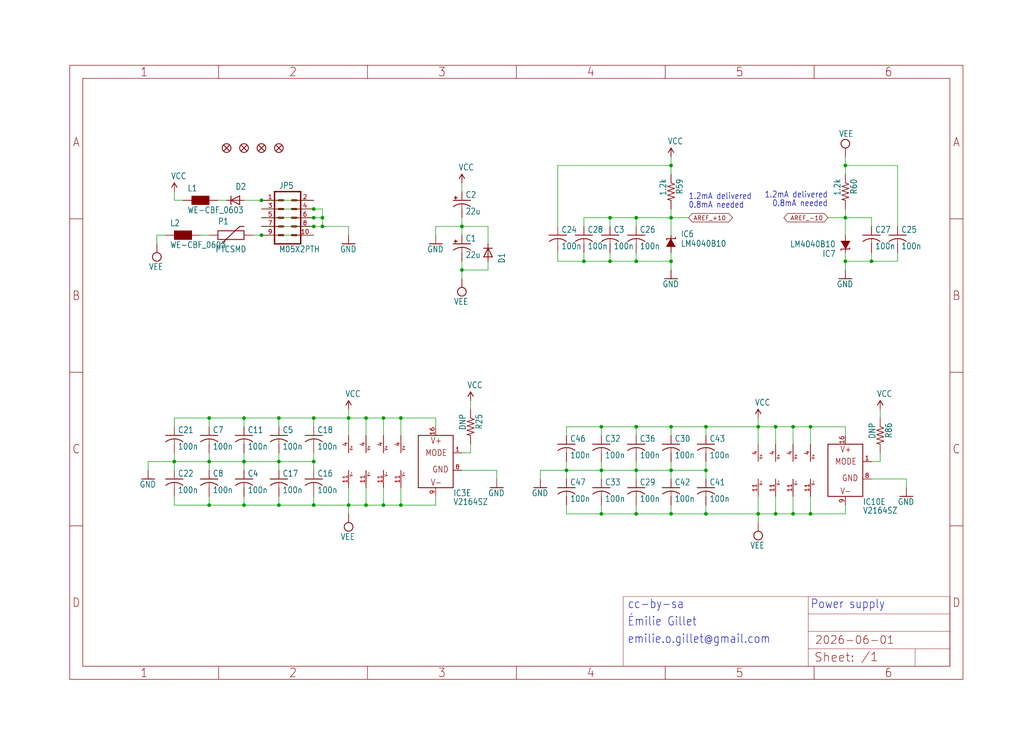
<source format=kicad_sch>
(kicad_sch (version 20231120) (generator "eeschema") (generator_version "8.0")
  (paper "User" 298.45 217.322)
  (lib_symbols
    (symbol "Blinds4U-eagle-import:A4L-LOC"
      (symbol "A4L-LOC_1_0"
        (text "${#}/${##}" (at 230.505 5.08 0) (effects (font (size 2.54 2.54)) (justify left bottom)))
        (text "${CURRENT_DATE}" (at 217.17 10.16 0) (effects (font (size 2.286 2.286)) (justify left bottom)))
        (text "${PROJECTNAME}" (at 217.17 15.24 0) (effects (font (size 2.54 2.54)) (justify left bottom)))
        (text "1" (at 21.6958 1.905 0) (effects (font (size 2.54 2.286))))
        (text "1" (at 21.6958 177.165 0) (effects (font (size 2.54 2.286))))
        (text "2" (at 65.0875 1.905 0) (effects (font (size 2.54 2.286))))
        (text "2" (at 65.0875 177.165 0) (effects (font (size 2.54 2.286))))
        (text "3" (at 108.4792 1.905 0) (effects (font (size 2.54 2.286))))
        (text "3" (at 108.4792 177.165 0) (effects (font (size 2.54 2.286))))
        (text "4" (at 151.8708 1.905 0) (effects (font (size 2.54 2.286))))
        (text "4" (at 151.8708 177.165 0) (effects (font (size 2.54 2.286))))
        (text "5" (at 195.2625 1.905 0) (effects (font (size 2.54 2.286))))
        (text "5" (at 195.2625 177.165 0) (effects (font (size 2.54 2.286))))
        (text "6" (at 238.6542 1.905 0) (effects (font (size 2.54 2.286))))
        (text "6" (at 238.6542 177.165 0) (effects (font (size 2.54 2.286))))
        (text "A" (at 1.905 156.6863 0) (effects (font (size 2.54 2.286))))
        (text "A" (at 258.445 156.6863 0) (effects (font (size 2.54 2.286))))
        (text "B" (at 1.905 111.9188 0) (effects (font (size 2.54 2.286))))
        (text "B" (at 258.445 111.9188 0) (effects (font (size 2.54 2.286))))
        (text "C" (at 1.905 67.1513 0) (effects (font (size 2.54 2.286))))
        (text "C" (at 258.445 67.1513 0) (effects (font (size 2.54 2.286))))
        (text "D" (at 1.905 22.3838 0) (effects (font (size 2.54 2.286))))
        (text "D" (at 258.445 22.3838 0) (effects (font (size 2.54 2.286))))
        (text "Sheet:" (at 216.916 4.953 0) (effects (font (size 2.54 2.54)) (justify left bottom)))
      )
    )
    (symbol "Blinds4U-eagle-import:C-USC0603"
      (property "Reference" "C" (at 1.016 0.635 0))
      (symbol "C-USC0603_1_0"
        (pin passive line (at 0 2.54 270) (length 2.54) (name "1") (number "1"))
        (pin passive line (at 0 -5.08 90) (length 2.54) (name "2") (number "2"))
      )
    )
    (symbol "Blinds4U-eagle-import:CPOL-USC"
      (property "Reference" "C" (at 1.016 0.635 0))
      (symbol "CPOL-USC_1_0"
        (pin passive line (at 0 2.54 270) (length 2.54) (name "+") (number "+"))
        (pin passive line (at 0 -5.08 90) (length 2.54) (name "-") (number "-"))
      )
    )
    (symbol "Blinds4U-eagle-import:DIODE-SOD123"
      (property "Reference" "D" (at 2.54 0.4826 0))
      (symbol "DIODE-SOD123_1_0"
        (pin passive line (at -2.54 0 0) (length 2.54) (name "A") (number "A"))
        (pin passive line (at 2.54 0 180) (length 2.54) (name "C") (number "C"))
      )
    )
    (symbol "Blinds4U-eagle-import:FIDUCIAL1X2")
    (symbol "Blinds4U-eagle-import:GND" (power)
      (symbol "GND_1_0"
        (pin power_in line (at 0 2.54 270) (length 2.54) (name "GND") (number "1"))
      )
    )
    (symbol "Blinds4U-eagle-import:LM4041DBZ"
      (property "Reference" "IC" (at 2.794 1.905 0))
      (symbol "LM4041DBZ_1_0"
        (pin passive line (at 0 2.54 270) (length 2.54) (name "C") (number "1"))
        (pin passive line (at 0 -2.54 90) (length 2.54) (name "A") (number "2"))
      )
    )
    (symbol "Blinds4U-eagle-import:M05X2PTH"
      (property "Reference" "JP" (at -2.54 8.382 0))
      (symbol "M05X2PTH_1_0"
        (pin passive line (at -7.62 5.08 0) (length 5.08) (name "1") (number "1"))
        (pin passive line (at 7.62 -5.08 180) (length 5.08) (name "10") (number "10"))
        (pin passive line (at 7.62 5.08 180) (length 5.08) (name "2") (number "2"))
        (pin passive line (at -7.62 2.54 0) (length 5.08) (name "3") (number "3"))
        (pin passive line (at 7.62 2.54 180) (length 5.08) (name "4") (number "4"))
        (pin passive line (at -7.62 0 0) (length 5.08) (name "5") (number "5"))
        (pin passive line (at 7.62 0 180) (length 5.08) (name "6") (number "6"))
        (pin passive line (at -7.62 -2.54 0) (length 5.08) (name "7") (number "7"))
        (pin passive line (at 7.62 -2.54 180) (length 5.08) (name "8") (number "8"))
        (pin passive line (at -7.62 -5.08 0) (length 5.08) (name "9") (number "9"))
      )
    )
    (symbol "Blinds4U-eagle-import:PTCSMD"
      (property "Reference" "F" (at -2.54 3.048 0))
      (symbol "PTCSMD_1_0"
        (pin bidirectional line (at -5.08 0 0) (length 2.54) (name "1") (number "1"))
        (pin bidirectional line (at 7.62 0 180) (length 2.54) (name "2") (number "2"))
      )
    )
    (symbol "Blinds4U-eagle-import:R-US_R0603"
      (property "Reference" "R" (at -3.81 1.4986 0))
      (symbol "R-US_R0603_1_0"
        (pin passive line (at -5.08 0 0) (length 2.54) (name "1") (number "1"))
        (pin passive line (at 5.08 0 180) (length 2.54) (name "2") (number "2"))
      )
    )
    (symbol "Blinds4U-eagle-import:SSM2164S"
      (property "Reference" "IC" (at 5.08 -12.7 0))
      (symbol "SSM2164S_1_0"
        (pin input line (at -5.08 0 0) (length 2.54) (name "IN") (number "2"))
        (pin input line (at 0 7.62 270) (length 2.54) (name "CTRL") (number "3"))
        (pin output line (at 12.7 0 180) (length 2.54) (name "OUT") (number "4"))
      )
      (symbol "SSM2164S_2_0"
        (pin output line (at 12.7 0 180) (length 2.54) (name "OUT") (number "5"))
        (pin input line (at 0 7.62 270) (length 2.54) (name "CTRL") (number "6"))
        (pin input line (at -5.08 0 0) (length 2.54) (name "IN") (number "7"))
      )
      (symbol "SSM2164S_3_0"
        (pin input line (at -5.08 0 0) (length 2.54) (name "IN") (number "10"))
        (pin input line (at 0 7.62 270) (length 2.54) (name "CTRL") (number "11"))
        (pin output line (at 12.7 0 180) (length 2.54) (name "OUT") (number "12"))
      )
      (symbol "SSM2164S_4_0"
        (pin output line (at 12.7 0 180) (length 2.54) (name "OUT") (number "13"))
        (pin input line (at 0 7.62 270) (length 2.54) (name "CTRL") (number "14"))
        (pin input line (at -5.08 0 0) (length 2.54) (name "IN") (number "15"))
      )
      (symbol "SSM2164S_5_0"
        (text "GND" (at -1.016 -5.842 0) (effects (font (size 1.778 1.5113)) (justify left bottom)))
        (text "MODE" (at -3.048 -1.016 0) (effects (font (size 1.778 1.5113)) (justify left bottom)))
        (text "V+" (at -1.524 2.54 0) (effects (font (size 1.778 1.5113)) (justify left bottom)))
        (text "V-" (at -1.524 -9.652 0) (effects (font (size 1.778 1.5113)) (justify left bottom)))
        (pin input line (at 7.62 0 180) (length 2.54) (name "MODE") (number "1"))
        (pin power_in line (at 0 7.62 270) (length 2.54) (name "V+") (number "16"))
        (pin power_in line (at 7.62 -5.08 180) (length 2.54) (name "GND") (number "8"))
        (pin power_in line (at 0 -12.7 90) (length 2.54) (name "V-") (number "9"))
      )
    )
    (symbol "Blinds4U-eagle-import:TL074PW"
      (symbol "TL074PW_1_0"
        (pin output line (at 7.62 0 180) (length 2.54) (name "OUT") (number "1"))
        (pin input line (at -7.62 -2.54 0) (length 2.54) (name "-IN") (number "2"))
        (pin input line (at -7.62 2.54 0) (length 2.54) (name "+IN") (number "3"))
      )
      (symbol "TL074PW_2_0"
        (pin input line (at -7.62 2.54 0) (length 2.54) (name "+IN") (number "5"))
        (pin input line (at -7.62 -2.54 0) (length 2.54) (name "-IN") (number "6"))
        (pin output line (at 7.62 0 180) (length 2.54) (name "OUT") (number "7"))
      )
      (symbol "TL074PW_3_0"
        (pin input line (at -7.62 2.54 0) (length 2.54) (name "+IN") (number "10"))
        (pin output line (at 7.62 0 180) (length 2.54) (name "OUT") (number "8"))
        (pin input line (at -7.62 -2.54 0) (length 2.54) (name "-IN") (number "9"))
      )
      (symbol "TL074PW_4_0"
        (pin input line (at -7.62 2.54 0) (length 2.54) (name "+IN") (number "12"))
        (pin input line (at -7.62 -2.54 0) (length 2.54) (name "-IN") (number "13"))
        (pin output line (at 7.62 0 180) (length 2.54) (name "OUT") (number "14"))
      )
      (symbol "TL074PW_5_0"
        (text "V+" (at 1.27 3.175 900) (effects (font (size 0.8128 0.6908)) (justify left bottom)))
        (text "V-" (at 1.27 -4.445 900) (effects (font (size 0.8128 0.6908)) (justify left bottom)))
        (pin power_in line (at 0 -7.62 90) (length 5.08) (name "V-") (number "11"))
        (pin power_in line (at 0 7.62 270) (length 5.08) (name "V+") (number "4"))
      )
    )
    (symbol "Blinds4U-eagle-import:VCC" (power)
      (symbol "VCC_1_0"
        (pin power_in line (at 0 0 90) (length 2.54) (name "VCC") (number "1"))
      )
    )
    (symbol "Blinds4U-eagle-import:VEE" (power)
      (symbol "VEE_1_0"
        (pin power_in line (at 0 -2.54 90) (length 2.54) (name "VEE") (number "1"))
      )
    )
    (symbol "Blinds4U-eagle-import:WE-CBF_0603"
      (property "Reference" "L" (at -3.81 5.08 0))
      (symbol "WE-CBF_0603_1_0"
        (pin passive line (at -5.08 2.54 0) (length 2.54) (name "1") (number "1"))
        (pin passive line (at 5.08 2.54 180) (length 2.54) (name "2") (number "2"))
      )
    )
  )
  (junction (at 185.42 137.16))
  (junction (at 195.58 48.26))
  (junction (at 50.8 134.62))
  (junction (at 111.76 147.32))
  (junction (at 81.28 147.32))
  (junction (at 205.74 149.86))
  (junction (at 185.42 149.86))
  (junction (at 91.44 147.32))
  (junction (at 236.22 124.46))
  (junction (at 175.26 124.46))
  (junction (at 246.38 76.2))
  (junction (at 185.42 124.46))
  (junction (at 116.84 121.92))
  (junction (at 170.18 76.2))
  (junction (at 76.2 68.58))
  (junction (at 101.6 121.92))
  (junction (at 81.28 121.92))
  (junction (at 91.44 66.04))
  (junction (at 254 76.2))
  (junction (at 195.58 63.5))
  (junction (at 60.96 134.62))
  (junction (at 177.8 63.5))
  (junction (at 91.44 60.96))
  (junction (at 111.76 121.92))
  (junction (at 106.68 121.92))
  (junction (at 71.12 121.92))
  (junction (at 71.12 134.62))
  (junction (at 220.98 149.86))
  (junction (at 76.2 58.42))
  (junction (at 116.84 147.32))
  (junction (at 93.98 66.04))
  (junction (at 205.74 124.46))
  (junction (at 101.6 147.32))
  (junction (at 175.26 137.16))
  (junction (at 91.44 134.62))
  (junction (at 231.14 124.46))
  (junction (at 220.98 124.46))
  (junction (at 71.12 147.32))
  (junction (at 246.38 48.26))
  (junction (at 93.98 63.5))
  (junction (at 60.96 147.32))
  (junction (at 60.96 121.92))
  (junction (at 175.26 149.86))
  (junction (at 226.06 149.86))
  (junction (at 91.44 63.5))
  (junction (at 91.44 121.92))
  (junction (at 195.58 76.2))
  (junction (at 81.28 134.62))
  (junction (at 106.68 147.32))
  (junction (at 195.58 124.46))
  (junction (at 185.42 63.5))
  (junction (at 231.14 149.86))
  (junction (at 226.06 124.46))
  (junction (at 195.58 149.86))
  (junction (at 134.62 78.74))
  (junction (at 236.22 149.86))
  (junction (at 195.58 137.16))
  (junction (at 134.62 66.04))
  (junction (at 185.42 76.2))
  (junction (at 205.74 137.16))
  (junction (at 246.38 63.5))
  (junction (at 177.8 76.2))
  (junction (at 165.1 137.16))
  (wire (pts (xy 226.06 124.46) (xy 231.14 124.46)) (stroke (width 0.1524)))
  (wire (pts (xy 162.56 76.2) (xy 170.18 76.2)) (stroke (width 0.1524)))
  (wire (pts (xy 185.42 66.04) (xy 185.42 63.5)) (stroke (width 0.1524)))
  (wire (pts (xy 185.42 63.5) (xy 177.8 63.5)) (stroke (width 0.1524)))
  (wire (pts (xy 50.8 134.62) (xy 50.8 137.16)) (stroke (width 0.1524)))
  (wire (pts (xy 81.28 134.62) (xy 91.44 134.62)) (stroke (width 0.1524)))
  (wire (pts (xy 246.38 68.58) (xy 246.38 63.5)) (stroke (width 0.1524)))
  (wire (pts (xy 93.98 66.04) (xy 101.6 66.04)) (stroke (width 0.1524)))
  (wire (pts (xy 71.12 134.62) (xy 71.12 137.16)) (stroke (width 0.1524)))
  (wire (pts (xy 91.44 121.92) (xy 101.6 121.92)) (stroke (width 0.1524)))
  (wire (pts (xy 71.12 134.62) (xy 81.28 134.62)) (stroke (width 0.1524)))
  (wire (pts (xy 231.14 129.54) (xy 231.14 124.46)) (stroke (width 0.1524)))
  (wire (pts (xy 134.62 63.5) (xy 134.62 66.04)) (stroke (width 0.1524)))
  (wire (pts (xy 195.58 76.2) (xy 185.42 76.2)) (stroke (width 0.1524)))
  (wire (pts (xy 134.62 55.88) (xy 134.62 53.34)) (stroke (width 0.1524)))
  (wire (pts (xy 246.38 48.26) (xy 246.38 45.72)) (stroke (width 0.1524)))
  (wire (pts (xy 101.6 147.32) (xy 101.6 149.86)) (stroke (width 0.1524)))
  (wire (pts (xy 81.28 121.92) (xy 91.44 121.92)) (stroke (width 0.1524)))
  (wire (pts (xy 60.96 144.78) (xy 60.96 147.32)) (stroke (width 0.1524)))
  (wire (pts (xy 185.42 137.16) (xy 195.58 137.16)) (stroke (width 0.1524)))
  (wire (pts (xy 93.98 63.5) (xy 91.44 63.5)) (stroke (width 0.1524)))
  (wire (pts (xy 236.22 129.54) (xy 236.22 124.46)) (stroke (width 0.1524)))
  (wire (pts (xy 81.28 147.32) (xy 91.44 147.32)) (stroke (width 0.1524)))
  (wire (pts (xy 60.96 147.32) (xy 71.12 147.32)) (stroke (width 0.1524)))
  (wire (pts (xy 205.74 149.86) (xy 220.98 149.86)) (stroke (width 0.1524)))
  (wire (pts (xy 91.44 144.78) (xy 91.44 147.32)) (stroke (width 0.1524)))
  (wire (pts (xy 101.6 127) (xy 101.6 121.92)) (stroke (width 0.1524)))
  (wire (pts (xy 111.76 147.32) (xy 116.84 147.32)) (stroke (width 0.1524)))
  (wire (pts (xy 165.1 127) (xy 165.1 124.46)) (stroke (width 0.1524)))
  (wire (pts (xy 254 73.66) (xy 254 76.2)) (stroke (width 0.1524)))
  (wire (pts (xy 195.58 63.5) (xy 200.66 63.5)) (stroke (width 0.1524)))
  (wire (pts (xy 185.42 137.16) (xy 185.42 139.7)) (stroke (width 0.1524)))
  (wire (pts (xy 50.8 144.78) (xy 50.8 147.32)) (stroke (width 0.1524)))
  (wire (pts (xy 254 134.62) (xy 256.54 134.62)) (stroke (width 0.1524)))
  (wire (pts (xy 101.6 121.92) (xy 101.6 119.38)) (stroke (width 0.1524)))
  (wire (pts (xy 185.42 63.5) (xy 195.58 63.5)) (stroke (width 0.1524)))
  (wire (pts (xy 106.68 121.92) (xy 111.76 121.92)) (stroke (width 0.1524)))
  (wire (pts (xy 45.72 68.58) (xy 45.72 71.12)) (stroke (width 0.1524)))
  (wire (pts (xy 246.38 149.86) (xy 246.38 147.32)) (stroke (width 0.1524)))
  (wire (pts (xy 170.18 63.5) (xy 170.18 66.04)) (stroke (width 0.1524)))
  (wire (pts (xy 116.84 121.92) (xy 127 121.92)) (stroke (width 0.1524)))
  (wire (pts (xy 220.98 144.78) (xy 220.98 149.86)) (stroke (width 0.1524)))
  (wire (pts (xy 185.42 149.86) (xy 195.58 149.86)) (stroke (width 0.1524)))
  (wire (pts (xy 195.58 48.26) (xy 195.58 45.72)) (stroke (width 0.1524)))
  (wire (pts (xy 71.12 144.78) (xy 71.12 147.32)) (stroke (width 0.1524)))
  (wire (pts (xy 111.76 127) (xy 111.76 121.92)) (stroke (width 0.1524)))
  (wire (pts (xy 91.44 147.32) (xy 101.6 147.32)) (stroke (width 0.1524)))
  (wire (pts (xy 236.22 144.78) (xy 236.22 149.86)) (stroke (width 0.1524)))
  (wire (pts (xy 162.56 73.66) (xy 162.56 76.2)) (stroke (width 0.1524)))
  (wire (pts (xy 165.1 124.46) (xy 175.26 124.46)) (stroke (width 0.1524)))
  (wire (pts (xy 175.26 149.86) (xy 185.42 149.86)) (stroke (width 0.1524)))
  (wire (pts (xy 236.22 124.46) (xy 246.38 124.46)) (stroke (width 0.1524)))
  (wire (pts (xy 220.98 152.4) (xy 220.98 149.86)) (stroke (width 0.1524)))
  (wire (pts (xy 177.8 73.66) (xy 177.8 76.2)) (stroke (width 0.1524)))
  (wire (pts (xy 101.6 142.24) (xy 101.6 147.32)) (stroke (width 0.1524)))
  (wire (pts (xy 170.18 73.66) (xy 170.18 76.2)) (stroke (width 0.1524)))
  (wire (pts (xy 162.56 48.26) (xy 162.56 66.04)) (stroke (width 0.1524)))
  (wire (pts (xy 246.38 124.46) (xy 246.38 127)) (stroke (width 0.1524)))
  (wire (pts (xy 205.74 137.16) (xy 205.74 139.7)) (stroke (width 0.1524)))
  (wire (pts (xy 50.8 124.46) (xy 50.8 121.92)) (stroke (width 0.1524)))
  (wire (pts (xy 134.62 78.74) (xy 134.62 81.28)) (stroke (width 0.1524)))
  (wire (pts (xy 195.58 137.16) (xy 195.58 139.7)) (stroke (width 0.1524)))
  (wire (pts (xy 91.44 134.62) (xy 91.44 132.08)) (stroke (width 0.1524)))
  (wire (pts (xy 76.2 66.04) (xy 91.44 66.04)) (stroke (width 0.1524)))
  (wire (pts (xy 60.96 132.08) (xy 60.96 134.62)) (stroke (width 0.1524)))
  (wire (pts (xy 195.58 149.86) (xy 205.74 149.86)) (stroke (width 0.1524)))
  (wire (pts (xy 60.96 134.62) (xy 71.12 134.62)) (stroke (width 0.1524)))
  (wire (pts (xy 71.12 58.42) (xy 76.2 58.42)) (stroke (width 0.1524)))
  (wire (pts (xy 48.26 68.58) (xy 45.72 68.58)) (stroke (width 0.1524)))
  (wire (pts (xy 246.38 63.5) (xy 241.3 63.5)) (stroke (width 0.1524)))
  (wire (pts (xy 220.98 124.46) (xy 226.06 124.46)) (stroke (width 0.1524)))
  (wire (pts (xy 76.2 60.96) (xy 91.44 60.96)) (stroke (width 0.1524)))
  (wire (pts (xy 134.62 66.04) (xy 127 66.04)) (stroke (width 0.1524)))
  (wire (pts (xy 91.44 134.62) (xy 91.44 137.16)) (stroke (width 0.1524)))
  (wire (pts (xy 60.96 134.62) (xy 60.96 137.16)) (stroke (width 0.1524)))
  (wire (pts (xy 170.18 76.2) (xy 177.8 76.2)) (stroke (width 0.1524)))
  (wire (pts (xy 195.58 124.46) (xy 205.74 124.46)) (stroke (width 0.1524)))
  (wire (pts (xy 205.74 147.32) (xy 205.74 149.86)) (stroke (width 0.1524)))
  (wire (pts (xy 226.06 144.78) (xy 226.06 149.86)) (stroke (width 0.1524)))
  (wire (pts (xy 101.6 121.92) (xy 106.68 121.92)) (stroke (width 0.1524)))
  (wire (pts (xy 71.12 124.46) (xy 71.12 121.92)) (stroke (width 0.1524)))
  (wire (pts (xy 254 63.5) (xy 246.38 63.5)) (stroke (width 0.1524)))
  (wire (pts (xy 185.42 147.32) (xy 185.42 149.86)) (stroke (width 0.1524)))
  (wire (pts (xy 246.38 76.2) (xy 246.38 78.74)) (stroke (width 0.1524)))
  (wire (pts (xy 134.62 132.08) (xy 137.16 132.08)) (stroke (width 0.1524)))
  (wire (pts (xy 91.44 124.46) (xy 91.44 121.92)) (stroke (width 0.1524)))
  (wire (pts (xy 226.06 149.86) (xy 231.14 149.86)) (stroke (width 0.1524)))
  (wire (pts (xy 177.8 63.5) (xy 170.18 63.5)) (stroke (width 0.1524)))
  (wire (pts (xy 134.62 66.04) (xy 134.62 68.58)) (stroke (width 0.1524)))
  (wire (pts (xy 185.42 124.46) (xy 195.58 124.46)) (stroke (width 0.1524)))
  (wire (pts (xy 106.68 147.32) (xy 111.76 147.32)) (stroke (width 0.1524)))
  (wire (pts (xy 231.14 124.46) (xy 236.22 124.46)) (stroke (width 0.1524)))
  (wire (pts (xy 195.58 127) (xy 195.58 124.46)) (stroke (width 0.1524)))
  (wire (pts (xy 195.58 48.26) (xy 162.56 48.26)) (stroke (width 0.1524)))
  (wire (pts (xy 106.68 142.24) (xy 106.68 147.32)) (stroke (width 0.1524)))
  (wire (pts (xy 106.68 127) (xy 106.68 121.92)) (stroke (width 0.1524)))
  (wire (pts (xy 175.26 137.16) (xy 175.26 139.7)) (stroke (width 0.1524)))
  (wire (pts (xy 205.74 124.46) (xy 220.98 124.46)) (stroke (width 0.1524)))
  (wire (pts (xy 60.96 121.92) (xy 71.12 121.92)) (stroke (width 0.1524)))
  (wire (pts (xy 142.24 78.74) (xy 142.24 76.2)) (stroke (width 0.1524)))
  (wire (pts (xy 116.84 147.32) (xy 127 147.32)) (stroke (width 0.1524)))
  (wire (pts (xy 254 63.5) (xy 254 66.04)) (stroke (width 0.1524)))
  (wire (pts (xy 205.74 137.16) (xy 205.74 134.62)) (stroke (width 0.1524)))
  (wire (pts (xy 246.38 73.66) (xy 246.38 76.2)) (stroke (width 0.1524)))
  (wire (pts (xy 76.2 58.42) (xy 91.44 58.42)) (stroke (width 0.1524)))
  (wire (pts (xy 93.98 60.96) (xy 93.98 63.5)) (stroke (width 0.1524)))
  (wire (pts (xy 134.62 78.74) (xy 142.24 78.74)) (stroke (width 0.1524)))
  (wire (pts (xy 195.58 50.8) (xy 195.58 48.26)) (stroke (width 0.1524)))
  (wire (pts (xy 236.22 149.86) (xy 246.38 149.86)) (stroke (width 0.1524)))
  (wire (pts (xy 220.98 121.92) (xy 220.98 124.46)) (stroke (width 0.1524)))
  (wire (pts (xy 231.14 144.78) (xy 231.14 149.86)) (stroke (width 0.1524)))
  (wire (pts (xy 261.62 48.26) (xy 261.62 66.04)) (stroke (width 0.1524)))
  (wire (pts (xy 137.16 119.38) (xy 137.16 116.84)) (stroke (width 0.1524)))
  (wire (pts (xy 134.62 76.2) (xy 134.62 78.74)) (stroke (width 0.1524)))
  (wire (pts (xy 93.98 63.5) (xy 93.98 66.04)) (stroke (width 0.1524)))
  (wire (pts (xy 165.1 137.16) (xy 175.26 137.16)) (stroke (width 0.1524)))
  (wire (pts (xy 177.8 63.5) (xy 177.8 66.04)) (stroke (width 0.1524)))
  (wire (pts (xy 137.16 132.08) (xy 137.16 129.54)) (stroke (width 0.1524)))
  (wire (pts (xy 81.28 144.78) (xy 81.28 147.32)) (stroke (width 0.1524)))
  (wire (pts (xy 134.62 137.16) (xy 144.78 137.16)) (stroke (width 0.1524)))
  (wire (pts (xy 144.78 137.16) (xy 144.78 139.7)) (stroke (width 0.1524)))
  (wire (pts (xy 50.8 134.62) (xy 60.96 134.62)) (stroke (width 0.1524)))
  (wire (pts (xy 246.38 50.8) (xy 246.38 48.26)) (stroke (width 0.1524)))
  (wire (pts (xy 195.58 137.16) (xy 205.74 137.16)) (stroke (width 0.1524)))
  (wire (pts (xy 195.58 147.32) (xy 195.58 149.86)) (stroke (width 0.1524)))
  (wire (pts (xy 195.58 76.2) (xy 195.58 78.74)) (stroke (width 0.1524)))
  (wire (pts (xy 157.48 137.16) (xy 157.48 139.7)) (stroke (width 0.1524)))
  (wire (pts (xy 81.28 134.62) (xy 81.28 137.16)) (stroke (width 0.1524)))
  (wire (pts (xy 177.8 76.2) (xy 185.42 76.2)) (stroke (width 0.1524)))
  (wire (pts (xy 81.28 124.46) (xy 81.28 121.92)) (stroke (width 0.1524)))
  (wire (pts (xy 50.8 132.08) (xy 50.8 134.62)) (stroke (width 0.1524)))
  (wire (pts (xy 195.58 76.2) (xy 195.58 73.66)) (stroke (width 0.1524)))
  (wire (pts (xy 175.26 137.16) (xy 185.42 137.16)) (stroke (width 0.1524)))
  (wire (pts (xy 165.1 137.16) (xy 165.1 139.7)) (stroke (width 0.1524)))
  (wire (pts (xy 175.26 134.62) (xy 175.26 137.16)) (stroke (width 0.1524)))
  (wire (pts (xy 246.38 76.2) (xy 254 76.2)) (stroke (width 0.1524)))
  (wire (pts (xy 76.2 68.58) (xy 91.44 68.58)) (stroke (width 0.1524)))
  (wire (pts (xy 205.74 127) (xy 205.74 124.46)) (stroke (width 0.1524)))
  (wire (pts (xy 246.38 48.26) (xy 261.62 48.26)) (stroke (width 0.1524)))
  (wire (pts (xy 71.12 121.92) (xy 81.28 121.92)) (stroke (width 0.1524)))
  (wire (pts (xy 185.42 73.66) (xy 185.42 76.2)) (stroke (width 0.1524)))
  (wire (pts (xy 134.62 66.04) (xy 142.24 66.04)) (stroke (width 0.1524)))
  (wire (pts (xy 254 139.7) (xy 264.16 139.7)) (stroke (width 0.1524)))
  (wire (pts (xy 50.8 58.42) (xy 53.34 58.42)) (stroke (width 0.1524)))
  (wire (pts (xy 175.26 127) (xy 175.26 124.46)) (stroke (width 0.1524)))
  (wire (pts (xy 175.26 147.32) (xy 175.26 149.86)) (stroke (width 0.1524)))
  (wire (pts (xy 256.54 134.62) (xy 256.54 132.08)) (stroke (width 0.1524)))
  (wire (pts (xy 101.6 147.32) (xy 106.68 147.32)) (stroke (width 0.1524)))
  (wire (pts (xy 165.1 147.32) (xy 165.1 149.86)) (stroke (width 0.1524)))
  (wire (pts (xy 142.24 66.04) (xy 142.24 71.12)) (stroke (width 0.1524)))
  (wire (pts (xy 261.62 73.66) (xy 261.62 76.2)) (stroke (width 0.1524)))
  (wire (pts (xy 195.58 63.5) (xy 195.58 60.96)) (stroke (width 0.1524)))
  (wire (pts (xy 256.54 121.92) (xy 256.54 119.38)) (stroke (width 0.1524)))
  (wire (pts (xy 71.12 134.62) (xy 71.12 132.08)) (stroke (width 0.1524)))
  (wire (pts (xy 60.96 68.58) (xy 58.42 68.58)) (stroke (width 0.1524)))
  (wire (pts (xy 50.8 134.62) (xy 43.18 134.62)) (stroke (width 0.1524)))
  (wire (pts (xy 175.26 124.46) (xy 185.42 124.46)) (stroke (width 0.1524)))
  (wire (pts (xy 60.96 124.46) (xy 60.96 121.92)) (stroke (width 0.1524)))
  (wire (pts (xy 111.76 142.24) (xy 111.76 147.32)) (stroke (width 0.1524)))
  (wire (pts (xy 165.1 137.16) (xy 157.48 137.16)) (stroke (width 0.1524)))
  (wire (pts (xy 231.14 149.86) (xy 236.22 149.86)) (stroke (width 0.1524)))
  (wire (pts (xy 111.76 121.92) (xy 116.84 121.92)) (stroke (width 0.1524)))
  (wire (pts (xy 116.84 127) (xy 116.84 121.92)) (stroke (width 0.1524)))
  (wire (pts (xy 63.5 58.42) (xy 66.04 58.42)) (stroke (width 0.1524)))
  (wire (pts (xy 116.84 142.24) (xy 116.84 147.32)) (stroke (width 0.1524)))
  (wire (pts (xy 127 147.32) (xy 127 144.78)) (stroke (width 0.1524)))
  (wire (pts (xy 71.12 147.32) (xy 81.28 147.32)) (stroke (width 0.1524)))
  (wire (pts (xy 50.8 58.42) (xy 50.8 55.88)) (stroke (width 0.1524)))
  (wire (pts (xy 220.98 129.54) (xy 220.98 124.46)) (stroke (width 0.1524)))
  (wire (pts (xy 81.28 134.62) (xy 81.28 132.08)) (stroke (width 0.1524)))
  (wire (pts (xy 185.42 137.16) (xy 185.42 134.62)) (stroke (width 0.1524)))
  (wire (pts (xy 195.58 68.58) (xy 195.58 63.5)) (stroke (width 0.1524)))
  (wire (pts (xy 185.42 127) (xy 185.42 124.46)) (stroke (width 0.1524)))
  (wire (pts (xy 220.98 149.86) (xy 226.06 149.86)) (stroke (width 0.1524)))
  (wire (pts (xy 91.44 66.04) (xy 93.98 66.04)) (stroke (width 0.1524)))
  (wire (pts (xy 50.8 147.32) (xy 60.96 147.32)) (stroke (width 0.1524)))
  (wire (pts (xy 264.16 139.7) (xy 264.16 142.24)) (stroke (width 0.1524)))
  (wire (pts (xy 43.18 134.62) (xy 43.18 137.16)) (stroke (width 0.1524)))
  (wire (pts (xy 165.1 149.86) (xy 175.26 149.86)) (stroke (width 0.1524)))
  (wire (pts (xy 195.58 137.16) (xy 195.58 134.62)) (stroke (width 0.1524)))
  (wire (pts (xy 91.44 60.96) (xy 93.98 60.96)) (stroke (width 0.1524)))
  (wire (pts (xy 91.44 63.5) (xy 76.2 63.5)) (stroke (width 0.1524)))
  (wire (pts (xy 246.38 63.5) (xy 246.38 60.96)) (stroke (width 0.1524)))
  (wire (pts (xy 73.66 68.58) (xy 76.2 68.58)) (stroke (width 0.1524)))
  (wire (pts (xy 261.62 76.2) (xy 254 76.2)) (stroke (width 0.1524)))
  (wire (pts (xy 127 66.04) (xy 127 68.58)) (stroke (width 0.1524)))
  (wire (pts (xy 127 121.92) (xy 127 124.46)) (stroke (width 0.1524)))
  (wire (pts (xy 165.1 134.62) (xy 165.1 137.16)) (stroke (width 0.1524)))
  (wire (pts (xy 50.8 121.92) (xy 60.96 121.92)) (stroke (width 0.1524)))
  (wire (pts (xy 226.06 129.54) (xy 226.06 124.46)) (stroke (width 0.1524)))
  (wire (pts (xy 101.6 66.04) (xy 101.6 68.58)) (stroke (width 0.1524)))
  (text "cc-by-sa" (at 182.88 177.8 0) (effects (font (size 2.54 2.159)) (justify left bottom)))
  (text "emilie.o.gillet@gmail.com" (at 182.88 187.96 0) (effects (font (size 2.54 2.159)) (justify left bottom)))
  (text "1.2mA delivered" (at 241.3 55.88 0) (effects (font (size 1.778 1.5113)) (justify right top)))
  (text "0.8mA needed" (at 200.66 60.96 0) (effects (font (size 1.778 1.5113)) (justify left bottom)))
  (text "1.2mA delivered" (at 200.66 58.42 0) (effects (font (size 1.778 1.5113)) (justify left bottom)))
  (text "0.8mA needed" (at 241.3 58.42 0) (effects (font (size 1.778 1.5113)) (justify right top)))
  (text "Émilie Gillet" (at 182.88 182.88 0) (effects (font (size 2.54 2.159)) (justify left bottom)))
  (text "Power supply" (at 236.22 177.8 0) (effects (font (size 2.54 2.159)) (justify left bottom)))
  (global_label "AREF_-10" (shape bidirectional) (at 241.3 63.5 180) (effects (font (size 1.2446 1.2446))) (property "Intersheetrefs" "${INTERSHEET_REFS}" (effects (hide yes))))
  (global_label "AREF_+10" (shape bidirectional) (at 200.66 63.5 0) (effects (font (size 1.2446 1.2446))) (property "Intersheetrefs" "${INTERSHEET_REFS}" (effects (hide yes))))
  (symbol (lib_id "Blinds4U-eagle-import:C-USC0603") (at 195.58 142.24 0) (unit 1)
    (property "Reference" "C42" (at 196.596 141.605 0) (effects (font (size 1.778 1.5113)) (justify left bottom)))
    (property "Value" "100n" (at 196.596 146.431 0) (effects (font (size 1.778 1.5113)) (justify left bottom)))
    (property "Footprint" "Blinds4U:C0603" (effects (hide yes)))
  )
  (symbol (lib_id "Blinds4U-eagle-import:FIDUCIAL1X2") (at 76.2 43.18 0) (unit 1)
    (property "Reference" "JP2" (effects (hide yes)))
    (property "Value" "FIDUCIAL1X2" (effects (hide yes)))
    (property "Footprint" "Blinds4U:FIDUCIAL-1X2" (effects (hide yes)))
  )
  (symbol (lib_id "Blinds4U-eagle-import:WE-CBF_0603") (at 58.42 60.96 0) (unit 1)
    (property "Reference" "L1" (at 54.61 55.88 0) (effects (font (size 1.778 1.5113)) (justify left bottom)))
    (property "Value" "WE-CBF_0603" (at 54.61 62.23 0) (effects (font (size 1.778 1.5113)) (justify left bottom)))
    (property "Footprint" "Blinds4U:0603" (effects (hide yes)))
  )
  (symbol (lib_id "Blinds4U-eagle-import:TL074PW") (at 111.76 134.62 0) (unit 5)
    (property "Reference" "IC2" (effects (hide yes)))
    (property "Value" "OPA4171" (effects (hide yes)))
    (property "Footprint" "Blinds4U:TSSOP14" (effects (hide yes)))
  )
  (symbol (lib_id "Blinds4U-eagle-import:DIODE-SOD123") (at 142.24 73.66 90) (unit 1)
    (property "Reference" "D1" (at 145.2626 73.66 0) (effects (font (size 1.778 1.5113)) (justify right top)))
    (property "Value" "1N5819HW" (effects (hide yes)))
    (property "Footprint" "Blinds4U:SOD123" (effects (hide yes)))
  )
  (symbol (lib_id "Blinds4U-eagle-import:C-USC0603") (at 175.26 129.54 0) (unit 1)
    (property "Reference" "C32" (at 176.276 128.905 0) (effects (font (size 1.778 1.5113)) (justify left bottom)))
    (property "Value" "100n" (at 176.276 133.731 0) (effects (font (size 1.778 1.5113)) (justify left bottom)))
    (property "Footprint" "Blinds4U:C0603" (effects (hide yes)))
  )
  (symbol (lib_id "Blinds4U-eagle-import:VCC") (at 195.58 45.72 0) (unit 1)
    (property "Reference" "#P+8" (effects (hide yes)))
    (property "Value" "VCC" (at 194.564 42.164 0) (effects (font (size 1.778 1.5113)) (justify left bottom)))
  )
  (symbol (lib_id "Blinds4U-eagle-import:C-USC0603") (at 50.8 139.7 0) (unit 1)
    (property "Reference" "C22" (at 51.816 139.065 0) (effects (font (size 1.778 1.5113)) (justify left bottom)))
    (property "Value" "100n" (at 51.816 143.891 0) (effects (font (size 1.778 1.5113)) (justify left bottom)))
    (property "Footprint" "Blinds4U:C0603" (effects (hide yes)))
  )
  (symbol (lib_id "Blinds4U-eagle-import:VEE") (at 45.72 73.66 180) (unit 1)
    (property "Reference" "#SUPPLY2" (effects (hide yes)))
    (property "Value" "VEE" (at 47.625 76.835 0) (effects (font (size 1.778 1.5113)) (justify left bottom)))
  )
  (symbol (lib_id "Blinds4U-eagle-import:R-US_R0603") (at 246.38 55.88 270) (unit 1)
    (property "Reference" "R60" (at 247.8786 52.07 0) (effects (font (size 1.778 1.5113)) (justify left bottom)))
    (property "Value" "1.2k" (at 243.078 52.07 0) (effects (font (size 1.778 1.5113)) (justify left bottom)))
    (property "Footprint" "Blinds4U:R0603" (effects (hide yes)))
  )
  (symbol (lib_id "Blinds4U-eagle-import:FIDUCIAL1X2") (at 81.28 43.18 0) (unit 1)
    (property "Reference" "JP1" (effects (hide yes)))
    (property "Value" "FIDUCIAL1X2" (effects (hide yes)))
    (property "Footprint" "Blinds4U:FIDUCIAL-1X2" (effects (hide yes)))
  )
  (symbol (lib_id "Blinds4U-eagle-import:C-USC0603") (at 71.12 127 0) (unit 1)
    (property "Reference" "C11" (at 72.136 126.365 0) (effects (font (size 1.778 1.5113)) (justify left bottom)))
    (property "Value" "100n" (at 72.136 131.191 0) (effects (font (size 1.778 1.5113)) (justify left bottom)))
    (property "Footprint" "Blinds4U:C0603" (effects (hide yes)))
  )
  (symbol (lib_id "Blinds4U-eagle-import:C-USC0603") (at 185.42 68.58 0) (unit 1)
    (property "Reference" "C26" (at 186.436 67.945 0) (effects (font (size 1.778 1.5113)) (justify left bottom)))
    (property "Value" "100n" (at 186.436 72.771 0) (effects (font (size 1.778 1.5113)) (justify left bottom)))
    (property "Footprint" "Blinds4U:C0603" (effects (hide yes)))
  )
  (symbol (lib_id "Blinds4U-eagle-import:R-US_R0603") (at 195.58 55.88 270) (unit 1)
    (property "Reference" "R59" (at 197.0786 52.07 0) (effects (font (size 1.778 1.5113)) (justify left bottom)))
    (property "Value" "1.2k" (at 192.278 52.07 0) (effects (font (size 1.778 1.5113)) (justify left bottom)))
    (property "Footprint" "Blinds4U:R0603" (effects (hide yes)))
  )
  (symbol (lib_id "Blinds4U-eagle-import:C-USC0603") (at 177.8 68.58 0) (unit 1)
    (property "Reference" "C3" (at 178.816 67.945 0) (effects (font (size 1.778 1.5113)) (justify left bottom)))
    (property "Value" "100n" (at 178.816 72.771 0) (effects (font (size 1.778 1.5113)) (justify left bottom)))
    (property "Footprint" "Blinds4U:C0603" (effects (hide yes)))
  )
  (symbol (lib_id "Blinds4U-eagle-import:VCC") (at 50.8 55.88 0) (unit 1)
    (property "Reference" "#P+2" (effects (hide yes)))
    (property "Value" "VCC" (at 49.784 52.324 0) (effects (font (size 1.778 1.5113)) (justify left bottom)))
  )
  (symbol (lib_id "Blinds4U-eagle-import:GND") (at 43.18 139.7 0) (unit 1)
    (property "Reference" "#GND49" (effects (hide yes)))
    (property "Value" "GND" (at 40.64 142.24 0) (effects (font (size 1.778 1.5113)) (justify left bottom)))
  )
  (symbol (lib_id "Blinds4U-eagle-import:C-USC0603") (at 185.42 129.54 0) (unit 1)
    (property "Reference" "C36" (at 186.436 128.905 0) (effects (font (size 1.778 1.5113)) (justify left bottom)))
    (property "Value" "100n" (at 186.436 133.731 0) (effects (font (size 1.778 1.5113)) (justify left bottom)))
    (property "Footprint" "Blinds4U:C0603" (effects (hide yes)))
  )
  (symbol (lib_id "Blinds4U-eagle-import:C-USC0603") (at 254 68.58 0) (unit 1)
    (property "Reference" "C27" (at 255.016 67.945 0) (effects (font (size 1.778 1.5113)) (justify left bottom)))
    (property "Value" "100n" (at 255.016 72.771 0) (effects (font (size 1.778 1.5113)) (justify left bottom)))
    (property "Footprint" "Blinds4U:C0603" (effects (hide yes)))
  )
  (symbol (lib_id "Blinds4U-eagle-import:FIDUCIAL1X2") (at 71.12 43.18 0) (unit 1)
    (property "Reference" "JP4" (effects (hide yes)))
    (property "Value" "FIDUCIAL1X2" (effects (hide yes)))
    (property "Footprint" "Blinds4U:FIDUCIAL-1X2" (effects (hide yes)))
  )
  (symbol (lib_id "Blinds4U-eagle-import:C-USC0603") (at 165.1 142.24 0) (unit 1)
    (property "Reference" "C47" (at 166.116 141.605 0) (effects (font (size 1.778 1.5113)) (justify left bottom)))
    (property "Value" "100n" (at 166.116 146.431 0) (effects (font (size 1.778 1.5113)) (justify left bottom)))
    (property "Footprint" "Blinds4U:C0603" (effects (hide yes)))
  )
  (symbol (lib_id "Blinds4U-eagle-import:C-USC0603") (at 165.1 129.54 0) (unit 1)
    (property "Reference" "C46" (at 166.116 128.905 0) (effects (font (size 1.778 1.5113)) (justify left bottom)))
    (property "Value" "100n" (at 166.116 133.731 0) (effects (font (size 1.778 1.5113)) (justify left bottom)))
    (property "Footprint" "Blinds4U:C0603" (effects (hide yes)))
  )
  (symbol (lib_id "Blinds4U-eagle-import:VCC") (at 220.98 121.92 0) (unit 1)
    (property "Reference" "#P+1" (effects (hide yes)))
    (property "Value" "VCC" (at 219.964 118.364 0) (effects (font (size 1.778 1.5113)) (justify left bottom)))
  )
  (symbol (lib_id "Blinds4U-eagle-import:GND") (at 264.16 144.78 0) (unit 1)
    (property "Reference" "#GND63" (effects (hide yes)))
    (property "Value" "GND" (at 261.62 147.32 0) (effects (font (size 1.778 1.5113)) (justify left bottom)))
  )
  (symbol (lib_id "Blinds4U-eagle-import:SSM2164S") (at 127 132.08 0) (unit 5)
    (property "Reference" "IC3" (at 132.08 144.78 0) (effects (font (size 1.778 1.5113)) (justify left bottom)))
    (property "Value" "V2164SZ" (at 132.08 147.32 0) (effects (font (size 1.778 1.5113)) (justify left bottom)))
    (property "Footprint" "Blinds4U:SOIC16N" (effects (hide yes)))
  )
  (symbol (lib_id "Blinds4U-eagle-import:VCC") (at 101.6 119.38 0) (unit 1)
    (property "Reference" "#P+10" (effects (hide yes)))
    (property "Value" "VCC" (at 100.584 115.824 0) (effects (font (size 1.778 1.5113)) (justify left bottom)))
  )
  (symbol (lib_id "Blinds4U-eagle-import:C-USC0603") (at 60.96 127 0) (unit 1)
    (property "Reference" "C7" (at 61.976 126.365 0) (effects (font (size 1.778 1.5113)) (justify left bottom)))
    (property "Value" "100n" (at 61.976 131.191 0) (effects (font (size 1.778 1.5113)) (justify left bottom)))
    (property "Footprint" "Blinds4U:C0603" (effects (hide yes)))
  )
  (symbol (lib_id "Blinds4U-eagle-import:C-USC0603") (at 205.74 142.24 0) (unit 1)
    (property "Reference" "C41" (at 206.756 141.605 0) (effects (font (size 1.778 1.5113)) (justify left bottom)))
    (property "Value" "100n" (at 206.756 146.431 0) (effects (font (size 1.778 1.5113)) (justify left bottom)))
    (property "Footprint" "Blinds4U:C0603" (effects (hide yes)))
  )
  (symbol (lib_id "Blinds4U-eagle-import:GND") (at 157.48 142.24 0) (unit 1)
    (property "Reference" "#GND62" (effects (hide yes)))
    (property "Value" "GND" (at 154.94 144.78 0) (effects (font (size 1.778 1.5113)) (justify left bottom)))
  )
  (symbol (lib_id "Blinds4U-eagle-import:C-USC0603") (at 205.74 129.54 0) (unit 1)
    (property "Reference" "C43" (at 206.756 128.905 0) (effects (font (size 1.778 1.5113)) (justify left bottom)))
    (property "Value" "100n" (at 206.756 133.731 0) (effects (font (size 1.778 1.5113)) (justify left bottom)))
    (property "Footprint" "Blinds4U:C0603" (effects (hide yes)))
  )
  (symbol (lib_id "Blinds4U-eagle-import:C-USC0603") (at 261.62 68.58 0) (unit 1)
    (property "Reference" "C25" (at 262.636 67.945 0) (effects (font (size 1.778 1.5113)) (justify left bottom)))
    (property "Value" "100n" (at 262.636 72.771 0) (effects (font (size 1.778 1.5113)) (justify left bottom)))
    (property "Footprint" "Blinds4U:C0603" (effects (hide yes)))
  )
  (symbol (lib_id "Blinds4U-eagle-import:C-USC0603") (at 170.18 68.58 0) (unit 1)
    (property "Reference" "C28" (at 171.196 67.945 0) (effects (font (size 1.778 1.5113)) (justify left bottom)))
    (property "Value" "100n" (at 171.196 72.771 0) (effects (font (size 1.778 1.5113)) (justify left bottom)))
    (property "Footprint" "Blinds4U:C0603" (effects (hide yes)))
  )
  (symbol (lib_id "Blinds4U-eagle-import:VCC") (at 137.16 116.84 0) (unit 1)
    (property "Reference" "#P+4" (effects (hide yes)))
    (property "Value" "VCC" (at 136.144 113.284 0) (effects (font (size 1.778 1.5113)) (justify left bottom)))
  )
  (symbol (lib_id "Blinds4U-eagle-import:CPOL-USC") (at 134.62 58.42 0) (unit 1)
    (property "Reference" "C2" (at 135.636 57.785 0) (effects (font (size 1.778 1.5113)) (justify left bottom)))
    (property "Value" "22u" (at 135.636 62.611 0) (effects (font (size 1.778 1.5113)) (justify left bottom)))
    (property "Footprint" "Blinds4U:PANASONIC_C" (effects (hide yes)))
  )
  (symbol (lib_id "Blinds4U-eagle-import:LM4041DBZ") (at 195.58 71.12 0) (unit 1)
    (property "Reference" "IC6" (at 198.374 69.215 0) (effects (font (size 1.778 1.5113)) (justify left bottom)))
    (property "Value" "LM4040B10" (at 198.374 72.009 0) (effects (font (size 1.778 1.5113)) (justify left bottom)))
    (property "Footprint" "Blinds4U:DBZ_R-PDSO-G3" (effects (hide yes)))
  )
  (symbol (lib_id "Blinds4U-eagle-import:LM4041DBZ") (at 246.38 71.12 180) (unit 1)
    (property "Reference" "IC7" (at 243.586 73.025 0) (effects (font (size 1.778 1.5113)) (justify left bottom)))
    (property "Value" "LM4040B10" (at 243.586 70.231 0) (effects (font (size 1.778 1.5113)) (justify left bottom)))
    (property "Footprint" "Blinds4U:DBZ_R-PDSO-G3" (effects (hide yes)))
  )
  (symbol (lib_id "Blinds4U-eagle-import:C-USC0603") (at 91.44 139.7 0) (unit 1)
    (property "Reference" "C16" (at 92.456 139.065 0) (effects (font (size 1.778 1.5113)) (justify left bottom)))
    (property "Value" "100n" (at 92.456 143.891 0) (effects (font (size 1.778 1.5113)) (justify left bottom)))
    (property "Footprint" "Blinds4U:C0603" (effects (hide yes)))
  )
  (symbol (lib_id "Blinds4U-eagle-import:VEE") (at 246.38 43.18 0) (unit 1)
    (property "Reference" "#SUPPLY1" (effects (hide yes)))
    (property "Value" "VEE" (at 244.475 40.005 0) (effects (font (size 1.778 1.5113)) (justify left bottom)))
  )
  (symbol (lib_id "Blinds4U-eagle-import:FIDUCIAL1X2") (at 66.04 43.18 0) (unit 1)
    (property "Reference" "JP3" (effects (hide yes)))
    (property "Value" "FIDUCIAL1X2" (effects (hide yes)))
    (property "Footprint" "Blinds4U:FIDUCIAL-1X2" (effects (hide yes)))
  )
  (symbol (lib_id "Blinds4U-eagle-import:SSM2164S") (at 246.38 134.62 0) (unit 5)
    (property "Reference" "IC10" (at 251.46 147.32 0) (effects (font (size 1.778 1.5113)) (justify left bottom)))
    (property "Value" "V2164SZ" (at 251.46 149.86 0) (effects (font (size 1.778 1.5113)) (justify left bottom)))
    (property "Footprint" "Blinds4U:SOIC16N" (effects (hide yes)))
  )
  (symbol (lib_id "Blinds4U-eagle-import:C-USC0603") (at 81.28 139.7 0) (unit 1)
    (property "Reference" "C17" (at 82.296 139.065 0) (effects (font (size 1.778 1.5113)) (justify left bottom)))
    (property "Value" "100n" (at 82.296 143.891 0) (effects (font (size 1.778 1.5113)) (justify left bottom)))
    (property "Footprint" "Blinds4U:C0603" (effects (hide yes)))
  )
  (symbol (lib_id "Blinds4U-eagle-import:TL074PW") (at 231.14 137.16 0) (unit 5)
    (property "Reference" "IC9" (effects (hide yes)))
    (property "Value" "OPA4171" (effects (hide yes)))
    (property "Footprint" "Blinds4U:TSSOP14" (effects (hide yes)))
  )
  (symbol (lib_id "Blinds4U-eagle-import:TL074PW") (at 116.84 134.62 0) (unit 5)
    (property "Reference" "IC4" (effects (hide yes)))
    (property "Value" "OPA4171" (effects (hide yes)))
    (property "Footprint" "Blinds4U:TSSOP14" (effects (hide yes)))
  )
  (symbol (lib_id "Blinds4U-eagle-import:C-USC0603") (at 162.56 68.58 0) (unit 1)
    (property "Reference" "C24" (at 163.576 67.945 0) (effects (font (size 1.778 1.5113)) (justify left bottom)))
    (property "Value" "100n" (at 163.576 72.771 0) (effects (font (size 1.778 1.5113)) (justify left bottom)))
    (property "Footprint" "Blinds4U:C0603" (effects (hide yes)))
  )
  (symbol (lib_id "Blinds4U-eagle-import:TL074PW") (at 226.06 137.16 0) (unit 5)
    (property "Reference" "IC11" (effects (hide yes)))
    (property "Value" "OPA4171" (effects (hide yes)))
    (property "Footprint" "Blinds4U:TSSOP14" (effects (hide yes)))
  )
  (symbol (lib_id "Blinds4U-eagle-import:R-US_R0603") (at 137.16 124.46 270) (unit 1)
    (property "Reference" "R25" (at 138.6586 120.65 0) (effects (font (size 1.778 1.5113)) (justify left bottom)))
    (property "Value" "DNP" (at 133.858 120.65 0) (effects (font (size 1.778 1.5113)) (justify left bottom)))
    (property "Footprint" "Blinds4U:R0603" (effects (hide yes)))
  )
  (symbol (lib_id "Blinds4U-eagle-import:GND") (at 144.78 142.24 0) (unit 1)
    (property "Reference" "#GND48" (effects (hide yes)))
    (property "Value" "GND" (at 142.24 144.78 0) (effects (font (size 1.778 1.5113)) (justify left bottom)))
  )
  (symbol (lib_id "Blinds4U-eagle-import:C-USC0603") (at 50.8 127 0) (unit 1)
    (property "Reference" "C21" (at 51.816 126.365 0) (effects (font (size 1.778 1.5113)) (justify left bottom)))
    (property "Value" "100n" (at 51.816 131.191 0) (effects (font (size 1.778 1.5113)) (justify left bottom)))
    (property "Footprint" "Blinds4U:C0603" (effects (hide yes)))
  )
  (symbol (lib_id "Blinds4U-eagle-import:M05X2PTH") (at 83.82 63.5 0) (unit 1)
    (property "Reference" "JP5" (at 81.28 55.118 0) (effects (font (size 1.778 1.5113)) (justify left bottom)))
    (property "Value" "M05X2PTH" (at 81.28 73.66 0) (effects (font (size 1.778 1.5113)) (justify left bottom)))
    (property "Footprint" "Blinds4U:AVR_ICSP" (effects (hide yes)))
  )
  (symbol (lib_id "Blinds4U-eagle-import:C-USC0603") (at 185.42 142.24 0) (unit 1)
    (property "Reference" "C29" (at 186.436 141.605 0) (effects (font (size 1.778 1.5113)) (justify left bottom)))
    (property "Value" "100n" (at 186.436 146.431 0) (effects (font (size 1.778 1.5113)) (justify left bottom)))
    (property "Footprint" "Blinds4U:C0603" (effects (hide yes)))
  )
  (symbol (lib_id "Blinds4U-eagle-import:C-USC0603") (at 71.12 139.7 0) (unit 1)
    (property "Reference" "C4" (at 72.136 139.065 0) (effects (font (size 1.778 1.5113)) (justify left bottom)))
    (property "Value" "100n" (at 72.136 143.891 0) (effects (font (size 1.778 1.5113)) (justify left bottom)))
    (property "Footprint" "Blinds4U:C0603" (effects (hide yes)))
  )
  (symbol (lib_id "Blinds4U-eagle-import:CPOL-USC") (at 134.62 71.12 0) (unit 1)
    (property "Reference" "C1" (at 135.636 70.485 0) (effects (font (size 1.778 1.5113)) (justify left bottom)))
    (property "Value" "22u" (at 135.636 75.311 0) (effects (font (size 1.778 1.5113)) (justify left bottom)))
    (property "Footprint" "Blinds4U:PANASONIC_C" (effects (hide yes)))
  )
  (symbol (lib_id "Blinds4U-eagle-import:GND") (at 195.58 81.28 0) (unit 1)
    (property "Reference" "#GND12" (effects (hide yes)))
    (property "Value" "GND" (at 193.04 83.82 0) (effects (font (size 1.778 1.5113)) (justify left bottom)))
  )
  (symbol (lib_id "Blinds4U-eagle-import:VEE") (at 101.6 152.4 180) (unit 1)
    (property "Reference" "#SUPPLY4" (effects (hide yes)))
    (property "Value" "VEE" (at 103.505 155.575 0) (effects (font (size 1.778 1.5113)) (justify left bottom)))
  )
  (symbol (lib_id "Blinds4U-eagle-import:C-USC0603") (at 60.96 139.7 0) (unit 1)
    (property "Reference" "C8" (at 61.976 139.065 0) (effects (font (size 1.778 1.5113)) (justify left bottom)))
    (property "Value" "100n" (at 61.976 143.891 0) (effects (font (size 1.778 1.5113)) (justify left bottom)))
    (property "Footprint" "Blinds4U:C0603" (effects (hide yes)))
  )
  (symbol (lib_id "Blinds4U-eagle-import:R-US_R0603") (at 256.54 127 270) (unit 1)
    (property "Reference" "R86" (at 258.0386 123.19 0) (effects (font (size 1.778 1.5113)) (justify left bottom)))
    (property "Value" "DNP" (at 253.238 123.19 0) (effects (font (size 1.778 1.5113)) (justify left bottom)))
    (property "Footprint" "Blinds4U:R0603" (effects (hide yes)))
  )
  (symbol (lib_id "Blinds4U-eagle-import:WE-CBF_0603") (at 53.34 71.12 0) (unit 1)
    (property "Reference" "L2" (at 49.53 66.04 0) (effects (font (size 1.778 1.5113)) (justify left bottom)))
    (property "Value" "WE-CBF_0603" (at 49.53 72.39 0) (effects (font (size 1.778 1.5113)) (justify left bottom)))
    (property "Footprint" "Blinds4U:0603" (effects (hide yes)))
  )
  (symbol (lib_id "Blinds4U-eagle-import:DIODE-SOD123") (at 68.58 58.42 180) (unit 1)
    (property "Reference" "D2" (at 68.58 55.3974 0) (effects (font (size 1.778 1.5113)) (justify right top)))
    (property "Value" "1N5819HW" (effects (hide yes)))
    (property "Footprint" "Blinds4U:SOD123" (effects (hide yes)))
  )
  (symbol (lib_id "Blinds4U-eagle-import:TL074PW") (at 220.98 137.16 0) (unit 5)
    (property "Reference" "IC12" (effects (hide yes)))
    (property "Value" "OPA4171" (effects (hide yes)))
    (property "Footprint" "Blinds4U:TSSOP14" (effects (hide yes)))
  )
  (symbol (lib_id "Blinds4U-eagle-import:GND") (at 101.6 71.12 0) (unit 1)
    (property "Reference" "#GND23" (effects (hide yes)))
    (property "Value" "GND" (at 99.06 73.66 0) (effects (font (size 1.778 1.5113)) (justify left bottom)))
  )
  (symbol (lib_id "Blinds4U-eagle-import:C-USC0603") (at 195.58 129.54 0) (unit 1)
    (property "Reference" "C30" (at 196.596 128.905 0) (effects (font (size 1.778 1.5113)) (justify left bottom)))
    (property "Value" "100n" (at 196.596 133.731 0) (effects (font (size 1.778 1.5113)) (justify left bottom)))
    (property "Footprint" "Blinds4U:C0603" (effects (hide yes)))
  )
  (symbol (lib_id "Blinds4U-eagle-import:PTCSMD") (at 66.04 68.58 0) (unit 1)
    (property "Reference" "P1" (at 63.5 65.532 0) (effects (font (size 1.778 1.5113)) (justify left bottom)))
    (property "Value" "PTCSMD" (at 62.738 73.66 0) (effects (font (size 1.778 1.5113)) (justify left bottom)))
    (property "Footprint" "Blinds4U:PTC-1206" (effects (hide yes)))
  )
  (symbol (lib_id "Blinds4U-eagle-import:TL074PW") (at 106.68 134.62 0) (unit 5)
    (property "Reference" "IC1" (effects (hide yes)))
    (property "Value" "OPA4171" (effects (hide yes)))
    (property "Footprint" "Blinds4U:TSSOP14" (effects (hide yes)))
  )
  (symbol (lib_id "Blinds4U-eagle-import:GND") (at 246.38 81.28 0) (unit 1)
    (property "Reference" "#GND69" (effects (hide yes)))
    (property "Value" "GND" (at 243.84 83.82 0) (effects (font (size 1.778 1.5113)) (justify left bottom)))
  )
  (symbol (lib_id "Blinds4U-eagle-import:VCC") (at 256.54 119.38 0) (unit 1)
    (property "Reference" "#P+5" (effects (hide yes)))
    (property "Value" "VCC" (at 255.524 115.824 0) (effects (font (size 1.778 1.5113)) (justify left bottom)))
  )
  (symbol (lib_id "Blinds4U-eagle-import:VEE") (at 220.98 154.94 180) (unit 1)
    (property "Reference" "#SUPPLY5" (effects (hide yes)))
    (property "Value" "VEE" (at 222.885 158.115 0) (effects (font (size 1.778 1.5113)) (justify left bottom)))
  )
  (symbol (lib_id "Blinds4U-eagle-import:A4L-LOC") (at 20.32 198.12 0) (unit 1)
    (property "Reference" "#FRAME2" (effects (hide yes)))
    (property "Value" "A4L-LOC" (effects (hide yes)))
  )
  (symbol (lib_id "Blinds4U-eagle-import:C-USC0603") (at 175.26 142.24 0) (unit 1)
    (property "Reference" "C33" (at 176.276 141.605 0) (effects (font (size 1.778 1.5113)) (justify left bottom)))
    (property "Value" "100n" (at 176.276 146.431 0) (effects (font (size 1.778 1.5113)) (justify left bottom)))
    (property "Footprint" "Blinds4U:C0603" (effects (hide yes)))
  )
  (symbol (lib_id "Blinds4U-eagle-import:VCC") (at 134.62 53.34 0) (unit 1)
    (property "Reference" "#P+3" (effects (hide yes)))
    (property "Value" "VCC" (at 133.604 49.784 0) (effects (font (size 1.778 1.5113)) (justify left bottom)))
  )
  (symbol (lib_id "Blinds4U-eagle-import:C-USC0603") (at 81.28 127 0) (unit 1)
    (property "Reference" "C5" (at 82.296 126.365 0) (effects (font (size 1.778 1.5113)) (justify left bottom)))
    (property "Value" "100n" (at 82.296 131.191 0) (effects (font (size 1.778 1.5113)) (justify left bottom)))
    (property "Footprint" "Blinds4U:C0603" (effects (hide yes)))
  )
  (symbol (lib_id "Blinds4U-eagle-import:GND") (at 127 71.12 0) (unit 1)
    (property "Reference" "#GND24" (effects (hide yes)))
    (property "Value" "GND" (at 124.46 73.66 0) (effects (font (size 1.778 1.5113)) (justify left bottom)))
  )
  (symbol (lib_id "Blinds4U-eagle-import:TL074PW") (at 101.6 134.62 0) (unit 5)
    (property "Reference" "IC5" (effects (hide yes)))
    (property "Value" "OPA4171" (effects (hide yes)))
    (property "Footprint" "Blinds4U:TSSOP14" (effects (hide yes)))
  )
  (symbol (lib_id "Blinds4U-eagle-import:VEE") (at 134.62 83.82 180) (unit 1)
    (property "Reference" "#SUPPLY3" (effects (hide yes)))
    (property "Value" "VEE" (at 136.525 86.995 0) (effects (font (size 1.778 1.5113)) (justify left bottom)))
  )
  (symbol (lib_id "Blinds4U-eagle-import:TL074PW") (at 236.22 137.16 0) (unit 5)
    (property "Reference" "IC8" (effects (hide yes)))
    (property "Value" "OPA4171" (effects (hide yes)))
    (property "Footprint" "Blinds4U:TSSOP14" (effects (hide yes)))
  )
  (symbol (lib_id "Blinds4U-eagle-import:C-USC0603") (at 91.44 127 0) (unit 1)
    (property "Reference" "C18" (at 92.456 126.365 0) (effects (font (size 1.778 1.5113)) (justify left bottom)))
    (property "Value" "100n" (at 92.456 131.191 0) (effects (font (size 1.778 1.5113)) (justify left bottom)))
    (property "Footprint" "Blinds4U:C0603" (effects (hide yes)))
  )
)
</source>
